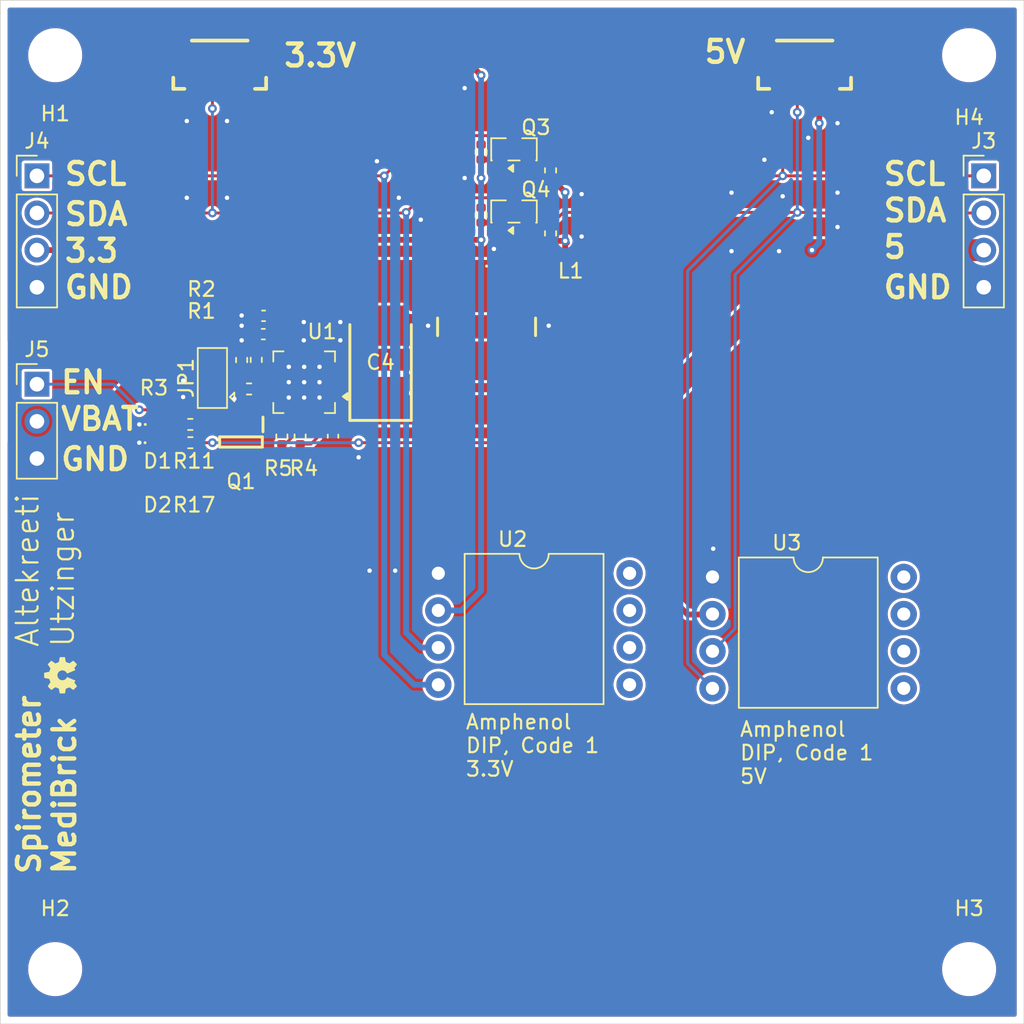
<source format=kicad_pcb>
(kicad_pcb (version 20241229) (generator "pcbnew") (generator_version "9.0")
  (title_block (title "Spirometer Brick") (date "2025-12-30") (rev "1.0.0") (comment 2 "Urs Utzinger") (comment 3 "Mohammed T Altekreeti"))
  (layers (0 "F.Cu" signal) (2 "B.Cu" signal) (13 "F.Paste" user) (15 "B.Paste" user) (5 "F.SilkS" user "F.Silkscreen") (7 "B.SilkS" user "B.Silkscreen") (1 "F.Mask" user) (3 "B.Mask" user) (25 "Edge.Cuts" user))
  (net 0 "")
  (net 1 "GND")
  (net 2 "VBATT")
  (net 3 "Net-(D1-A)")
  (net 4 "Net-(D2-A)")
  (net 5 "/SCL_3.3V")
  (net 6 "3.3V")
  (net 7 "/SDA_3.3V")
  (net 8 "5V")
  (net 9 "Net-(JP1-B)")
  (net 10 "Net-(L1-Pad2)")
  (net 11 "Net-(Q1-B)")
  (net 12 "Net-(U1-LBI)")
  (net 13 "Net-(U1-FB)")
  (net 14 "/Enable")
  (net 16 "/SCL_5V")
  (net 17 "/SDA_5V")
  (net 18 "Net-(Q1-E)")
  (net 19 "/VOUT")
  (footprint "Connector_PinHeader_2.54mm:PinHeader_1x03_P2.54mm_Vertical" (layer "F.Cu") (at 178.75 113.6)
    (property "Reference" "J5" (at 0 -2.38 0) (layer "F.SilkS"))
    (property "Value" "Conn_01x03" (hide yes))
    (pad "1" thru_hole rect (at 0 0) (size 1.7 1.7) (drill 1) (layers "*.Cu" "*.Mask") (net 14 "/Enable"))
    (pad "2" thru_hole circle (at 0 2.54) (size 1.7 1.7) (drill 1) (layers "*.Cu" "*.Mask") (net 2 "VBATT"))
    (pad "3" thru_hole circle (at 0 5.08) (size 1.7 1.7) (drill 1) (layers "*.Cu" "*.Mask") (net 1 "GND"))
  )
  (footprint "LED_SMD:LED_0402_1005Metric" (layer "F.Cu") (at 187.25 116.35)
    (property "Reference" "D1" (at -0.25 2.5 0) (layer "F.SilkS"))
    (property "Value" "LED")
    (pad "1" smd roundrect (at -0.485 0) (size 0.59 0.64) (layers "F.Cu" "F.Mask" "F.Paste") (net 1 "GND"))
    (pad "2" smd roundrect (at 0.485 0) (size 0.59 0.64) (layers "F.Cu" "F.Mask" "F.Paste") (net 3 "Net-(D1-A)"))
  )
  (footprint "MountingHole:MountingHole_3.2mm_M3" (layer "F.Cu") (at 242.5 153.6)
    (property "Reference" "H3" (at 0 -4.15 0) (layer "F.SilkS"))
    (property "Value" "MountingHole" (hide yes))
    (pad "" np_thru_hole circle (at 0 0) (size 3.2 3.2) (drill 3.2) (layers "*.Cu" "*.Mask"))
  )
  (footprint "Connector_PinHeader_2.54mm:PinHeader_1x04_P2.54mm_Vertical" (layer "F.Cu") (at 178.75 99.35)
    (property "Reference" "J4" (at 0 -2.38 0) (layer "F.SilkS"))
    (property "Value" "Conn_01x04" (hide yes))
    (pad "1" thru_hole rect (at 0 0) (size 1.7 1.7) (drill 1) (layers "*.Cu" "*.Mask") (net 5 "/SCL_3.3V"))
    (pad "2" thru_hole circle (at 0 2.54) (size 1.7 1.7) (drill 1) (layers "*.Cu" "*.Mask") (net 7 "/SDA_3.3V"))
    (pad "3" thru_hole circle (at 0 5.08) (size 1.7 1.7) (drill 1) (layers "*.Cu" "*.Mask") (net 6 "3.3V"))
    (pad "4" thru_hole circle (at 0 7.62) (size 1.7 1.7) (drill 1) (layers "*.Cu" "*.Mask") (net 1 "GND"))
  )
  (footprint "PCM_SparkFun-Resistor:R_0402_1005Metric" (layer "F.Cu") (at 209.125 97.725 -90)
    (property "Reference" "R13")
    (property "Value" "2.2k")
    (pad "1" smd roundrect (at -0.51 0 270) (size 0.54 0.64) (layers "F.Cu" "F.Mask" "F.Paste") (net 5 "/SCL_3.3V"))
    (pad "2" smd roundrect (at 0.51 0 270) (size 0.54 0.64) (layers "F.Cu" "F.Mask" "F.Paste") (net 6 "3.3V"))
  )
  (footprint "Spiro_Brick:CDRH6D386R2N" (layer "F.Cu") (at 209.5 109.675 -90)
    (property "Reference" "L1" (at -3.825 -5.75 0) (layer "F.SilkS"))
    (property "Value" "CDRH6D38-6R2N" (hide yes))
    (pad "1" smd rect (at -2.325 0 270) (size 2.65 7.3) (layers "F.Cu" "F.Mask" "F.Paste") (net 2 "VBATT"))
    (pad "2" smd rect (at 2.325 0 270) (size 2.65 7.3) (layers "F.Cu" "F.Mask" "F.Paste") (net 10 "Net-(L1-Pad2)"))
  )
  (footprint "PCM_SparkFun-Capacitor:C_0402_1005Metric" (layer "F.Cu") (at 194.23 110.175 180)
    (property "Reference" "C2")
    (property "Value" "0.1uF")
    (pad "1" smd roundrect (at -0.48 0 180) (size 0.56 0.62) (layers "F.Cu" "F.Mask" "F.Paste") (net 2 "VBATT"))
    (pad "2" smd roundrect (at 0.48 0 180) (size 0.56 0.62) (layers "F.Cu" "F.Mask" "F.Paste") (net 1 "GND"))
  )
  (footprint "Spiro_Brick:Amphenol_DIP-8_W13.08mm" (layer "F.Cu") (at 206.2 126.53)
    (property "Reference" "U2" (at 5.08 -2.33 0) (layer "F.SilkS"))
    (property "Value" "Amphenol_8DIP_Code_1")
    (pad "1" thru_hole roundrect (at 0 0) (size 1.8 1.8) (drill 0.9) (layers "*.Cu" "*.Mask") (roundrect_rratio 0.15625) (net 1 "GND"))
    (pad "2" thru_hole circle (at 0 2.54) (size 1.8 1.8) (drill 0.9) (layers "*.Cu" "*.Mask") (net 6 "3.3V"))
    (pad "3" thru_hole circle (at 0 5.08) (size 1.8 1.8) (drill 0.9) (layers "*.Cu" "*.Mask") (net 7 "/SDA_3.3V"))
    (pad "4" thru_hole circle (at 0 7.62) (size 1.8 1.8) (drill 0.9) (layers "*.Cu" "*.Mask") (net 5 "/SCL_3.3V"))
    (pad "5" thru_hole circle (at 13.08 7.62) (size 1.8 1.8) (drill 0.9) (layers "*.Cu" "*.Mask"))
    (pad "6" thru_hole circle (at 13.08 5.08) (size 1.8 1.8) (drill 0.9) (layers "*.Cu" "*.Mask"))
    (pad "7" thru_hole circle (at 13.08 2.54) (size 1.8 1.8) (drill 0.9) (layers "*.Cu" "*.Mask"))
    (pad "8" thru_hole circle (at 13.08 0) (size 1.8 1.8) (drill 0.9) (layers "*.Cu" "*.Mask"))
  )
  (footprint "Package_TO_SOT_SMD:SOT-23" (layer "F.Cu") (at 211.375 97.5375 90)
    (property "Reference" "Q3" (at 1.5 1.5 180) (layer "F.SilkS"))
    (property "Value" "BSS138" (hide yes))
    (pad "1" smd roundrect (at -0.9375 -0.95 90) (size 1.475 0.6) (layers "F.Cu" "F.Mask" "F.Paste") (net 6 "3.3V"))
    (pad "2" smd roundrect (at -0.9375 0.95 90) (size 1.475 0.6) (layers "F.Cu" "F.Mask" "F.Paste") (net 16 "/SCL_5V"))
    (pad "3" smd roundrect (at 0.9375 0 90) (size 1.475 0.6) (layers "F.Cu" "F.Mask" "F.Paste") (net 5 "/SCL_3.3V"))
  )
  (footprint "Resistor_SMD:R_0402_1005Metric" (layer "F.Cu") (at 196.75 117.185 90)
    (property "Reference" "R4" (at -2.165 0.25 180) (layer "F.SilkS"))
    (property "Value" "1.8M")
    (pad "1" smd roundrect (at -0.51 0 90) (size 0.54 0.64) (layers "F.Cu" "F.Mask" "F.Paste") (net 19 "/VOUT"))
    (pad "2" smd roundrect (at 0.51 0 90) (size 0.54 0.64) (layers "F.Cu" "F.Mask" "F.Paste") (net 13 "Net-(U1-FB)"))
  )
  (footprint "PCM_SparkFun-Resistor:R_0402_1005Metric" (layer "F.Cu") (at 209.125 102.0375 -90)
    (property "Reference" "R14")
    (property "Value" "2.2k")
    (pad "1" smd roundrect (at -0.51 0 270) (size 0.54 0.64) (layers "F.Cu" "F.Mask" "F.Paste") (net 7 "/SDA_3.3V"))
    (pad "2" smd roundrect (at 0.51 0 270) (size 0.54 0.64) (layers "F.Cu" "F.Mask" "F.Paste") (net 6 "3.3V"))
  )
  (footprint "Package_TO_SOT_SMD:SOT-23" (layer "F.Cu") (at 211.375 101.7875 90)
    (property "Reference" "Q4" (at 1.5 1.5 180) (layer "F.SilkS"))
    (property "Value" "BSS138" (hide yes))
    (pad "1" smd roundrect (at -0.9375 -0.95 90) (size 1.475 0.6) (layers "F.Cu" "F.Mask" "F.Paste") (net 6 "3.3V"))
    (pad "2" smd roundrect (at -0.9375 0.95 90) (size 1.475 0.6) (layers "F.Cu" "F.Mask" "F.Paste") (net 17 "/SDA_5V"))
    (pad "3" smd roundrect (at 0.9375 0 90) (size 1.475 0.6) (layers "F.Cu" "F.Mask" "F.Paste") (net 7 "/SDA_3.3V"))
  )
  (footprint "PCM_SparkFun-Capacitor:C_0402_1005Metric" (layer "F.Cu") (at 199 117.155 -90)
    (property "Reference" "C3")
    (property "Value" "2.2uF")
    (pad "1" smd roundrect (at -0.48 0 270) (size 0.56 0.62) (layers "F.Cu" "F.Mask" "F.Paste") (net 19 "/VOUT"))
    (pad "2" smd roundrect (at 0.48 0 270) (size 0.56 0.62) (layers "F.Cu" "F.Mask" "F.Paste") (net 1 "GND"))
  )
  (footprint "PCM_SparkFun-Resistor:R_0402_1005Metric" (layer "F.Cu") (at 213.875 98.975 -90)
    (property "Reference" "R15")
    (property "Value" "2.2k")
    (pad "1" smd roundrect (at -0.51 0 270) (size 0.54 0.64) (layers "F.Cu" "F.Mask" "F.Paste") (net 16 "/SCL_5V"))
    (pad "2" smd roundrect (at 0.51 0 270) (size 0.54 0.64) (layers "F.Cu" "F.Mask" "F.Paste") (net 8 "5V"))
  )
  (footprint "PCM_SparkFun-Aesthetic:OSHW_Logo_2.5mm" (layer "F.Cu") (at 180.5 133.5 90)
    (property "Reference" "Ref**" (hide yes))
    (property "Value" "Val**" (hide yes))
  )
  (footprint "PCM_SparkFun-Connector:JST_1x04_P1.0mm_Vertical_SMD" (layer "F.Cu") (at 231.25 91.75)
    (property "Reference" "J2")
    (property "Value" "JST_SMD_1.0mm_Vertical")
    (pad "1" smd rect (at -1.5 1.511) (size 0.6 1.55) (layers "F.Cu" "F.Mask" "F.Paste") (net 16 "/SCL_5V"))
    (pad "2" smd rect (at -0.5 1.511) (size 0.6 1.55) (layers "F.Cu" "F.Mask" "F.Paste") (net 17 "/SDA_5V"))
    (pad "3" smd rect (at 0.5 1.511) (size 0.6 1.55) (layers "F.Cu" "F.Mask" "F.Paste") (net 8 "5V"))
    (pad "4" smd rect (at 1.5 1.511) (size 0.6 1.55) (layers "F.Cu" "F.Mask" "F.Paste") (net 1 "GND"))
    (pad "NC1" smd rect (at -2.8 -0.914) (size 1.2 2) (layers "F.Cu" "F.Mask" "F.Paste"))
    (pad "NC2" smd rect (at 2.8 -0.914) (size 1.2 2) (layers "F.Cu" "F.Mask" "F.Paste"))
  )
  (footprint "NetTie:NetTie-2_SMD_Pad2.0mm" (layer "F.Cu") (at 209 115.35)
    (property "Reference" "NT1" (hide yes))
    (property "Value" "NetTie_2" (hide yes))
    (fp_poly (pts (xy -2 -1) (xy 2 -1) (xy 2 1) (xy -2 1)) (fill yes) (layer "F.Cu"))
    (pad "1" smd circle (at -2 0) (size 2 2) (layers "F.Cu") (net 19 "/VOUT"))
    (pad "2" smd circle (at 2 0) (size 2 2) (layers "F.Cu") (net 8 "5V"))
  )
  (footprint "Resistor_SMD:R_0402_1005Metric" (layer "F.Cu") (at 189.24 116.35 180)
    (property "Reference" "R11" (at -0.26 -2.5 0) (layer "F.SilkS"))
    (property "Value" "3.3k")
    (pad "1" smd roundrect (at -0.51 0 180) (size 0.54 0.64) (layers "F.Cu" "F.Mask" "F.Paste") (net 18 "Net-(Q1-E)"))
    (pad "2" smd roundrect (at 0.51 0 180) (size 0.54 0.64) (layers "F.Cu" "F.Mask" "F.Paste") (net 3 "Net-(D1-A)"))
  )
  (footprint "LED_SMD:LED_0402_1005Metric" (layer "F.Cu") (at 187.235 117.6)
    (property "Reference" "D2" (at -0.235 4.25 0) (layer "F.SilkS"))
    (property "Value" "LED")
    (pad "1" smd roundrect (at -0.485 0) (size 0.59 0.64) (layers "F.Cu" "F.Mask" "F.Paste") (net 1 "GND"))
    (pad "2" smd roundrect (at 0.485 0) (size 0.59 0.64) (layers "F.Cu" "F.Mask" "F.Paste") (net 4 "Net-(D2-A)"))
  )
  (footprint "Spiro_Brick:CAPPC5932X280N" (layer "F.Cu") (at 202.25 111.975 90)
    (property "Reference" "C4" (at -0.125 0 180) (layer "F.SilkS"))
    (property "Value" "595D107X0016C2T" (hide yes))
    (pad "1" smd rect (at -2.45 0 90) (size 2.6 3.5) (layers "F.Cu" "F.Mask" "F.Paste") (net 19 "/VOUT"))
    (pad "2" smd rect (at 2.45 0 90) (size 2.6 3.5) (layers "F.Cu" "F.Mask" "F.Paste") (net 1 "GND"))
  )
  (footprint "PCM_SparkFun-Resistor:R_0402_1005Metric" (layer "F.Cu") (at 213.875 103.2875 -90)
    (property "Reference" "R16")
    (property "Value" "2.2k")
    (pad "1" smd roundrect (at -0.51 0 270) (size 0.54 0.64) (layers "F.Cu" "F.Mask" "F.Paste") (net 17 "/SDA_5V"))
    (pad "2" smd roundrect (at 0.51 0 270) (size 0.54 0.64) (layers "F.Cu" "F.Mask" "F.Paste") (net 8 "5V"))
  )
  (footprint "Connector_PinHeader_2.54mm:PinHeader_1x04_P2.54mm_Vertical" (layer "F.Cu") (at 243.5 99.35)
    (property "Reference" "J3" (at 0 -2.38 0) (layer "F.SilkS"))
    (property "Value" "Conn_01x04" (hide yes))
    (pad "1" thru_hole rect (at 0 0) (size 1.7 1.7) (drill 1) (layers "*.Cu" "*.Mask") (net 16 "/SCL_5V"))
    (pad "2" thru_hole circle (at 0 2.54) (size 1.7 1.7) (drill 1) (layers "*.Cu" "*.Mask") (net 17 "/SDA_5V"))
    (pad "3" thru_hole circle (at 0 5.08) (size 1.7 1.7) (drill 1) (layers "*.Cu" "*.Mask") (net 8 "5V"))
    (pad "4" thru_hole circle (at 0 7.62) (size 1.7 1.7) (drill 1) (layers "*.Cu" "*.Mask") (net 1 "GND"))
  )
  (footprint "Resistor_SMD:R_0402_1005Metric" (layer "F.Cu") (at 193.75 111.935 -90)
    (property "Reference" "R1" (at -3.335 3.75 180) (layer "F.SilkS"))
    (property "Value" "270k")
    (pad "1" smd roundrect (at -0.51 0 270) (size 0.54 0.64) (layers "F.Cu" "F.Mask" "F.Paste") (net 2 "VBATT"))
    (pad "2" smd roundrect (at 0.51 0 270) (size 0.54 0.64) (layers "F.Cu" "F.Mask" "F.Paste") (net 12 "Net-(U1-LBI)"))
  )
  (footprint "Resistor_SMD:R_0402_1005Metric" (layer "F.Cu") (at 195.5 117.185 90)
    (property "Reference" "R5" (at -2.165 -0.25 180) (layer "F.SilkS"))
    (property "Value" "200k")
    (pad "1" smd roundrect (at -0.51 0 90) (size 0.54 0.64) (layers "F.Cu" "F.Mask" "F.Paste") (net 13 "Net-(U1-FB)"))
    (pad "2" smd roundrect (at 0.51 0 90) (size 0.54 0.64) (layers "F.Cu" "F.Mask" "F.Paste") (net 1 "GND"))
  )
  (footprint "PCM_SparkFun-Connector:JST_1x04_P1.0mm_Vertical_SMD" (layer "F.Cu") (at 191.25 91.75)
    (property "Reference" "J1")
    (property "Value" "JST_SMD_1.0mm_Vertical")
    (pad "1" smd rect (at -1.5 1.511) (size 0.6 1.55) (layers "F.Cu" "F.Mask" "F.Paste") (net 5 "/SCL_3.3V"))
    (pad "2" smd rect (at -0.5 1.511) (size 0.6 1.55) (layers "F.Cu" "F.Mask" "F.Paste") (net 7 "/SDA_3.3V"))
    (pad "3" smd rect (at 0.5 1.511) (size 0.6 1.55) (layers "F.Cu" "F.Mask" "F.Paste") (net 6 "3.3V"))
    (pad "4" smd rect (at 1.5 1.511) (size 0.6 1.55) (layers "F.Cu" "F.Mask" "F.Paste") (net 1 "GND"))
    (pad "NC1" smd rect (at -2.8 -0.914) (size 1.2 2) (layers "F.Cu" "F.Mask" "F.Paste"))
    (pad "NC2" smd rect (at 2.8 -0.914) (size 1.2 2) (layers "F.Cu" "F.Mask" "F.Paste"))
  )
  (footprint "Resistor_SMD:R_0402_1005Metric" (layer "F.Cu") (at 189.245 117.6 180)
    (property "Reference" "R17" (at -0.255 -4.25 0) (layer "F.SilkS"))
    (property "Value" "3.3k")
    (pad "1" smd roundrect (at -0.51 0 180) (size 0.54 0.64) (layers "F.Cu" "F.Mask" "F.Paste") (net 8 "5V"))
    (pad "2" smd roundrect (at 0.51 0 180) (size 0.54 0.64) (layers "F.Cu" "F.Mask" "F.Paste") (net 4 "Net-(D2-A)"))
  )
  (footprint "MountingHole:MountingHole_3.2mm_M3" (layer "F.Cu") (at 242.5 91.1)
    (property "Reference" "H4" (at 0 4.25 0) (layer "F.SilkS"))
    (property "Value" "MountingHole" (hide yes))
    (pad "" np_thru_hole circle (at 0 0) (size 3.2 3.2) (drill 3.2) (layers "*.Cu" "*.Mask"))
  )
  (footprint "MountingHole:MountingHole_3.2mm_M3" (layer "F.Cu") (at 180 91.1)
    (property "Reference" "H1" (at 0 4 0) (layer "F.SilkS"))
    (property "Value" "MountingHole" (hide yes))
    (pad "" np_thru_hole circle (at 0 0) (size 3.2 3.2) (drill 3.2) (layers "*.Cu" "*.Mask"))
  )
  (footprint "MountingHole:MountingHole_3.2mm_M3" (layer "F.Cu") (at 180 153.6)
    (property "Reference" "H2" (at 0 -4.15 0) (layer "F.SilkS"))
    (property "Value" "MountingHole" (hide yes))
    (pad "" np_thru_hole circle (at 0 0) (size 3.2 3.2) (drill 3.2) (layers "*.Cu" "*.Mask"))
  )
  (footprint "Spiro_Brick:SOT96P237X111-3N" (layer "F.Cu") (at 192.705 117.55 -90)
    (property "Reference" "Q1" (at 2.7 0 0) (layer "F.SilkS"))
    (property "Value" "MMUN2133LT1G" (hide yes))
    (pad "1" smd rect (at -1.2 -0.955) (size 0.6 1) (layers "F.Cu" "F.Mask" "F.Paste") (net 11 "Net-(Q1-B)"))
    (pad "2" smd rect (at -1.2 0.955) (size 0.6 1) (layers "F.Cu" "F.Mask" "F.Paste") (net 18 "Net-(Q1-E)"))
    (pad "3" smd rect (at 1.2 0) (size 0.6 1) (layers "F.Cu" "F.Mask" "F.Paste") (net 2 "VBATT"))
  )
  (footprint "Spiro_Brick:Amphenol_DIP-8_W13.08mm" (layer "F.Cu") (at 224.95 126.78)
    (property "Reference" "U3" (at 5.08 -2.33 0) (layer "F.SilkS"))
    (property "Value" "Amphenol_8DIP_Code_1")
    (pad "1" thru_hole roundrect (at 0 0) (size 1.8 1.8) (drill 0.9) (layers "*.Cu" "*.Mask") (roundrect_rratio 0.15625) (net 1 "GND"))
    (pad "2" thru_hole circle (at 0 2.54) (size 1.8 1.8) (drill 0.9) (layers "*.Cu" "*.Mask") (net 8 "5V"))
    (pad "3" thru_hole circle (at 0 5.08) (size 1.8 1.8) (drill 0.9) (layers "*.Cu" "*.Mask") (net 17 "/SDA_5V"))
    (pad "4" thru_hole circle (at 0 7.62) (size 1.8 1.8) (drill 0.9) (layers "*.Cu" "*.Mask") (net 16 "/SCL_5V"))
    (pad "5" thru_hole circle (at 13.08 7.62) (size 1.8 1.8) (drill 0.9) (layers "*.Cu" "*.Mask"))
    (pad "6" thru_hole circle (at 13.08 5.08) (size 1.8 1.8) (drill 0.9) (layers "*.Cu" "*.Mask"))
    (pad "7" thru_hole circle (at 13.08 2.54) (size 1.8 1.8) (drill 0.9) (layers "*.Cu" "*.Mask"))
    (pad "8" thru_hole circle (at 13.08 0) (size 1.8 1.8) (drill 0.9) (layers "*.Cu" "*.Mask"))
  )
  (footprint "Jumper:SolderJumper-3_P1.3mm_Bridged12_Pad1.0x1.5mm" (layer "F.Cu") (at 190.75 113.175 90)
    (property "Reference" "JP1" (at 0 -1.8 90) (layer "F.SilkS"))
    (property "Value" "~")
    (fp_poly (pts (xy -0.9 -0.3) (xy -0.4 -0.3) (xy -0.4 0.3) (xy -0.9 0.3)) (fill yes) (layer "F.Cu"))
    (pad "1" smd rect (at -1.3 0 90) (size 1 1.5) (layers "F.Cu" "F.Mask") (net 1 "GND"))
    (pad "2" smd rect (at 0 0 90) (size 1 1.5) (layers "F.Cu" "F.Mask") (net 9 "Net-(JP1-B)"))
    (pad "3" smd rect (at 1.3 0 90) (size 1 1.5) (layers "F.Cu" "F.Mask") (net 2 "VBATT"))
  )
  (footprint "Resistor_SMD:R_0402_1005Metric" (layer "F.Cu") (at 192.75 111.945 90)
    (property "Reference" "R2" (at 4.845 -2.75 0) (layer "F.SilkS"))
    (property "Value" "47k")
    (pad "1" smd roundrect (at -0.51 0 90) (size 0.54 0.64) (layers "F.Cu" "F.Mask" "F.Paste") (net 12 "Net-(U1-LBI)"))
    (pad "2" smd roundrect (at 0.51 0 90) (size 0.54 0.64) (layers "F.Cu" "F.Mask" "F.Paste") (net 1 "GND"))
  )
  (footprint "Resistor_SMD:R_0402_1005Metric" (layer "F.Cu") (at 193.26 113.925 180)
    (property "Reference" "R3" (at 6.51 0.075 0) (layer "F.SilkS"))
    (property "Value" "1.8M")
    (pad "1" smd roundrect (at -0.51 0 180) (size 0.54 0.64) (layers "F.Cu" "F.Mask" "F.Paste") (net 14 "/Enable"))
    (pad "2" smd roundrect (at 0.51 0 180) (size 0.54 0.64) (layers "F.Cu" "F.Mask" "F.Paste") (net 1 "GND"))
  )
  (footprint "PCM_SparkFun-Capacitor:C_0402_1005Metric" (layer "F.Cu") (at 194.25 108.925 180)
    (property "Reference" "C1")
    (property "Value" "10uF")
    (pad "1" smd roundrect (at -0.48 0 180) (size 0.56 0.62) (layers "F.Cu" "F.Mask" "F.Paste") (net 2 "VBATT"))
    (pad "2" smd roundrect (at 0.48 0 180) (size 0.56 0.62) (layers "F.Cu" "F.Mask" "F.Paste") (net 1 "GND"))
  )
  (footprint "Spiro_Brick:Texas_RSA_VQFN-16-1EP_4x4mm_P0.65mm_EP2.7x2.7mm_ThermalVias" (layer "F.Cu") (at 197.025 113.4625 180)
    (property "Reference" "U1" (at -1.225 3.4625 180) (layer "F.SilkS"))
    (property "Value" "TPS61090")
    (pad "1" smd roundrect (at -1.9625 -0.975 180) (size 0.825 0.35) (layers "F.Cu" "F.Mask" "F.Paste") (net 19 "/VOUT"))
    (pad "2" smd roundrect (at -1.9625 -0.325 180) (size 0.825 0.35) (layers "F.Cu" "F.Mask" "F.Paste"))
    (pad "3" smd roundrect (at -1.9625 0.325 180) (size 0.825 0.35) (layers "F.Cu" "F.Mask" "F.Paste") (net 10 "Net-(L1-Pad2)"))
    (pad "4" smd roundrect (at -1.9625 0.975 180) (size 0.825 0.35) (layers "F.Cu" "F.Mask" "F.Paste") (net 10 "Net-(L1-Pad2)"))
    (pad "5" smd roundrect (at -0.975 1.9625 180) (size 0.35 0.825) (layers "F.Cu" "F.Mask" "F.Paste") (net 1 "GND"))
    (pad "6" smd roundrect (at -0.325 1.9625 180) (size 0.35 0.825) (layers "F.Cu" "F.Mask" "F.Paste") (net 1 "GND"))
    (pad "7" smd roundrect (at 0.325 1.9625 180) (size 0.35 0.825) (layers "F.Cu" "F.Mask" "F.Paste") (net 1 "GND"))
    (pad "8" smd roundrect (at 0.975 1.9625 180) (size 0.35 0.825) (layers "F.Cu" "F.Mask" "F.Paste") (net 2 "VBATT"))
    (pad "9" smd roundrect (at 1.9625 0.975 180) (size 0.825 0.35) (layers "F.Cu" "F.Mask" "F.Paste") (net 12 "Net-(U1-LBI)"))
    (pad "10" smd roundrect (at 1.9625 0.325 180) (size 0.825 0.35) (layers "F.Cu" "F.Mask" "F.Paste") (net 9 "Net-(JP1-B)"))
    (pad "11" smd roundrect (at 1.9625 -0.325 180) (size 0.825 0.35) (layers "F.Cu" "F.Mask" "F.Paste") (net 14 "/Enable"))
    (pad "12" smd roundrect (at 1.9625 -0.975 180) (size 0.825 0.35) (layers "F.Cu" "F.Mask" "F.Paste") (net 11 "Net-(Q1-B)"))
    (pad "13" smd roundrect (at 0.975 -1.9625 180) (size 0.35 0.825) (layers "F.Cu" "F.Mask" "F.Paste") (net 1 "GND"))
    (pad "14" smd roundrect (at 0.325 -1.9625 180) (size 0.35 0.825) (layers "F.Cu" "F.Mask" "F.Paste") (net 13 "Net-(U1-FB)"))
    (pad "15" smd roundrect (at -0.325 -1.9625 180) (size 0.35 0.825) (layers "F.Cu" "F.Mask" "F.Paste") (net 19 "/VOUT"))
    (pad "16" smd roundrect (at -0.975 -1.9625 180) (size 0.35 0.825) (layers "F.Cu" "F.Mask" "F.Paste") (net 19 "/VOUT"))
    (pad "17" thru_hole circle (at -1.05 -1.05 180) (size 0.6 0.6) (drill 0.3) (property pad_prop_heatsink) (layers "*.Cu") (net 1 "GND"))
    (pad "17" thru_hole circle (at -1.05 0 180) (size 0.6 0.6) (drill 0.3) (property pad_prop_heatsink) (layers "*.Cu") (net 1 "GND"))
    (pad "17" thru_hole circle (at -1.05 1.05 180) (size 0.6 0.6) (drill 0.3) (property pad_prop_heatsink) (layers "*.Cu") (net 1 "GND"))
    (pad "17" thru_hole circle (at 0 -1.05 180) (size 0.6 0.6) (drill 0.3) (property pad_prop_heatsink) (layers "*.Cu") (net 1 "GND"))
    (pad "17" thru_hole circle (at 0 0 180) (size 0.6 0.6) (drill 0.3) (property pad_prop_heatsink) (layers "*.Cu") (net 1 "GND"))
    (pad "17" smd rect (at 0 0 180) (size 2.7 2.7) (property pad_prop_heatsink) (layers "F.Cu" "F.Mask") (net 1 "GND"))
    (pad "17" smd rect (at 0 0 180) (size 2.7 2.7) (property pad_prop_heatsink) (layers "B.Cu") (net 1 "GND"))
    (pad "17" thru_hole circle (at 0 1.05 180) (size 0.6 0.6) (drill 0.3) (property pad_prop_heatsink) (layers "*.Cu") (net 1 "GND"))
    (pad "17" thru_hole circle (at 1.05 -1.05 180) (size 0.6 0.6) (drill 0.3) (property pad_prop_heatsink) (layers "*.Cu") (net 1 "GND"))
    (pad "17" thru_hole circle (at 1.05 0 180) (size 0.6 0.6) (drill 0.3) (property pad_prop_heatsink) (layers "*.Cu") (net 1 "GND"))
    (pad "17" thru_hole circle (at 1.05 1.05 180) (size 0.6 0.6) (drill 0.3) (property pad_prop_heatsink) (layers "*.Cu") (net 1 "GND"))
  )
  (gr_rect (start 176.25 87.35) (end 246.25 157.35) (stroke (width 0.05)) (fill no) (layer "Edge.Cuts"))
  (gr_text "VBAT" (at 180.25 116.85 0) (layer "F.SilkS") (effects (font (size 1.5 1.5) (thickness 0.3) (bold yes)) (justify left bottom)))
  (gr_text "EN" (at 180.25 114.35 0) (layer "F.SilkS") (effects (font (size 1.5 1.5) (thickness 0.3) (bold yes)) (justify left bottom)))
  (gr_text "5" (at 236.5 105.1 0) (layer "F.SilkS") (effects (font (size 1.5 1.5) (thickness 0.3) (bold yes)) (justify left bottom)))
  (gr_text "Amphenol\nDIP, Code 1\n5V\n" (at 226.75 141 0) (layer "F.SilkS") (effects (font (size 1 1)) (justify left bottom)))
  (gr_text "5V\n" (at 224.25 91.75 0) (layer "F.SilkS") (effects (font (size 1.5 1.5) (thickness 0.3) (bold yes)) (justify left bottom)))
  (gr_text "SCL" (at 180.5 100.1 0) (layer "F.SilkS") (effects (font (size 1.5 1.5) (thickness 0.3) (bold yes)) (justify left bottom)))
  (gr_text "SCL" (at 236.5 100.1 0) (layer "F.SilkS") (effects (font (size 1.5 1.5) (thickness 0.3) (bold yes)) (justify left bottom)))
  (gr_text "SDA" (at 180.5 102.85 0) (layer "F.SilkS") (effects (font (size 1.5 1.5) (thickness 0.3) (bold yes)) (justify left bottom)))
  (gr_text "Altekreeti\nUtzinger" (at 181.399334 131.671056 90) (layer "F.SilkS") (effects (font (size 1.5 1.5)) (justify left bottom)))
  (gr_text "GND" (at 180.25 119.6 0) (layer "F.SilkS") (effects (font (size 1.5 1.5) (thickness 0.3) (bold yes)) (justify left bottom)))
  (gr_text "3.3\n" (at 180.5 105.35 0) (layer "F.SilkS") (effects (font (size 1.5 1.5) (thickness 0.3) (bold yes)) (justify left bottom)))
  (gr_text "GND" (at 236.5 107.85 0) (layer "F.SilkS") (effects (font (size 1.5 1.5) (thickness 0.3) (bold yes)) (justify left bottom)))
  (gr_text "Spirometer\nMediBrick \n" (at 181.5 147.25 90) (layer "F.SilkS") (effects (font (size 1.5 1.5) (thickness 0.3) (bold yes)) (justify left bottom)))
  (gr_text "Amphenol\nDIP, Code 1\n3.3V\n" (at 208 140.5 0) (layer "F.SilkS") (effects (font (size 1 1)) (justify left bottom)))
  (gr_text "3.3V" (at 195.5 92 0) (layer "F.SilkS") (effects (font (size 1.5 1.5) (thickness 0.3) (bold yes)) (justify left bottom)))
  (gr_text "SDA" (at 236.5 102.6 0) (layer "F.SilkS") (effects (font (size 1.5 1.5) (thickness 0.3) (bold yes)) (justify left bottom)))
  (gr_text "GND" (at 180.5 107.85 0) (layer "F.SilkS") (effects (font (size 1.5 1.5) (thickness 0.3) (bold yes)) (justify left bottom)))
  (segment (start 186.765 116.35) (end 185.75 116.35) (width 0.2) (layer "F.Cu") (net 1))
  (segment (start 190.75 114.475) (end 188.75 114.475) (width 0.8) (layer "F.Cu") (net 1))
  (segment (start 192.75 110.6) (end 192.75 110.1) (width 0.2) (layer "F.Cu") (net 1))
  (segment (start 192.25 114.6) (end 192.75 114.1) (width 0.2) (layer "F.Cu") (net 1))
  (segment (start 192.775003 108.925) (end 193.77 108.925) (width 0.2) (layer "F.Cu") (net 1))
  (segment (start 193.75 110.175) (end 192.825 110.175) (width 0.2) (layer "F.Cu") (net 1))
  (segment (start 192.825 110.175) (end 192.75 110.1) (width 0.2) (layer "F.Cu") (net 1))
  (segment (start 192.75 108.899997) (end 192.775003 108.925) (width 0.2) (layer "F.Cu") (net 1))
  (segment (start 186.75 117.6) (end 185.75 117.6) (width 0.2) (layer "F.Cu") (net 1))
  (segment (start 192.75 114.1) (end 192.75 113.925) (width 0.2) (layer "F.Cu") (net 1))
  (segment (start 192.75 111.435) (end 192.75 110.6) (width 0.2) (layer "F.Cu") (net 1))
  (segment (start 192.75 110.1) (end 192.75 109.6) (width 0.2) (layer "F.Cu") (net 1))
  (segment (start 192.75 108.899997) (end 192.75 109.6) (width 0.2) (layer "F.Cu") (net 1))
  (via (at 226.25 104.5) (size 0.6) (drill 0.3) (layers "F.Cu" "B.Cu") (net 1))
  (via (at 189 100.85) (size 0.6) (drill 0.3) (layers "F.Cu" "B.Cu") (net 1))
  (via (at 213.75 109.6) (size 0.6) (drill 0.3) (layers "F.Cu" "B.Cu") (net 1))
  (via (at 197 109.35) (size 0.6) (drill 0.3) (layers "F.Cu" "B.Cu") (net 1))
  (via (at 188.75 114.475) (size 0.6) (drill 0.3) (layers "F.Cu" "B.Cu") (net 1))
  (via (at 188.75 113.35) (size 0.6) (drill 0.3) (layers "F.Cu" "B.Cu") (net 1))
  (via (at 191.75 95.6) (size 0.6) (drill 0.3) (layers "F.Cu" "B.Cu") (net 1))
  (via (at 200.75 118.6) (size 0.6) (drill 0.3) (layers "F.Cu" "B.Cu") (net 1))
  (via (at 192.25 114.6) (size 0.6) (drill 0.3) (layers "F.Cu" "B.Cu") (net 1))
  (via (at 229.75 100.75) (size 0.6) (drill 0.3) (layers "F.Cu" "B.Cu") (net 1))
  (via (at 199.5 110.6) (size 0.6) (drill 0.3) (layers "F.Cu" "B.Cu") (net 1))
  (via (at 205 102.35) (size 0.6) (drill 0.3) (layers "F.Cu" "B.Cu") (net 1))
  (via (at 216 100.6) (size 0.6) (drill 0.3) (layers "F.Cu" "B.Cu") (net 1))
  (via (at 233.5 100.5) (size 0.6) (drill 0.3) (layers "F.Cu" "B.Cu") (net 1))
  (via (at 192.75 110.6) (size 0.6) (drill 0.3) (layers "F.Cu" "B.Cu") (net 1))
  (via (at 208 99.5) (size 0.6) (drill 0.3) (layers "F.Cu" "B.Cu") (net 1))
  (via (at 197 110.6) (size 0.6) (drill 0.3) (layers "F.Cu" "B.Cu") (net 1))
  (via (at 202 98.35) (size 0.6) (drill 0.3) (layers "F.Cu" "B.Cu") (net 1))
  (via (at 231.5 96.75) (size 0.6) (drill 0.3) (layers "F.Cu" "B.Cu") (net 1))
  (via (at 225 124.85) (size 0.6) (drill 0.3) (layers "F.Cu" "B.Cu") (net 1))
  (via (at 205.5 109.6) (size 0.6) (drill 0.3) (layers "F.Cu" "B.Cu") (net 1))
  (via (at 226.25 100.5) (size 0.6) (drill 0.3) (layers "F.Cu" "B.Cu") (net 1))
  (via (at 192.75 109.6) (size 0.6) (drill 0.3) (layers "F.Cu" "B.Cu") (net 1))
  (via (at 233.5 102.85) (size 0.6) (drill 0.3) (layers "F.Cu" "B.Cu") (net 1))
  (via (at 208 93.35) (size 0.6) (drill 0.3) (layers "F.Cu" "B.Cu") (net 1))
  (via (at 189 95.6) (size 0.6) (drill 0.3) (layers "F.Cu" "B.Cu") (net 1))
  (via (at 229.5 104.5) (size 0.6) (drill 0.3) (layers "F.Cu" "B.Cu") (net 1))
  (via (at 233.5 95.75) (size 0.6) (drill 0.3) (layers "F.Cu" "B.Cu") (net 1))
  (via (at 228.5 98.25) (size 0.6) (drill 0.3) (layers "F.Cu" "B.Cu") (net 1))
  (via (at 203.25 126.35) (size 0.6) (drill 0.3) (layers "F.Cu" "B.Cu") (net 1))
  (via (at 191.75 100.85) (size 0.6) (drill 0.3) (layers "F.Cu" "B.Cu") (net 1))
  (via (at 199.5 109.35) (size 0.6) (drill 0.3) (layers "F.Cu" "B.Cu") (net 1))
  (via (at 192.75 108.899997) (size 0.6) (drill 0.3) (layers "F.Cu" "B.Cu") (net 1))
  (via (at 210 104.35) (size 0.6) (drill 0.3) (layers "F.Cu" "B.Cu") (net 1))
  (via (at 201.5 126.35) (size 0.6) (drill 0.3) (layers "F.Cu" "B.Cu") (net 1))
  (via (at 185.75 117.6) (size 0.6) (drill 0.3) (layers "F.Cu" "B.Cu") (net 1))
  (via (at 185.75 116.35) (size 0.6) (drill 0.3) (layers "F.Cu" "B.Cu") (net 1))
  (via (at 203.5 100.85) (size 0.6) (drill 0.3) (layers "F.Cu" "B.Cu") (net 1))
  (via (at 229 95) (size 0.6) (drill 0.3) (layers "F.Cu" "B.Cu") (net 1))
  (via (at 216 103.5) (size 0.6) (drill 0.3) (layers "F.Cu" "B.Cu") (net 1))
  (segment (start 193.75 111.425) (end 195.975 111.425) (width 0.2) (layer "F.Cu") (net 2))
  (segment (start 195.975 111.425) (end 196.05 111.5) (width 0.2) (layer "F.Cu") (net 2))
  (segment (start 181.54 116.14) (end 178.75 116.14) (width 0.2) (layer "F.Cu") (net 2))
  (segment (start 184.15 118.75) (end 181.54 116.14) (width 0.2) (layer "F.Cu") (net 2))
  (segment (start 192.705 118.75) (end 184.15 118.75) (width 0.2) (layer "F.Cu") (net 2))
  (segment (start 188.73 116.35) (end 187.735 116.35) (width 0.2) (layer "F.Cu") (net 3))
  (segment (start 187.72 117.6) (end 188.735 117.6) (width 0.2) (layer "F.Cu") (net 4))
  (segment (start 189.75 99.35) (end 192.75 99.35) (width 0.2) (layer "F.Cu") (net 5))
  (segment (start 189.75 93.425) (end 189.75 99.35) (width 0.2) (layer "F.Cu") (net 5))
  (segment (start 205.25 96.6) (end 202.5 99.35) (width 0.2) (layer "F.Cu") (net 5))
  (segment (start 178.75 99.35) (end 189.75 99.35) (width 0.2) (layer "F.Cu") (net 5))
  (segment (start 192.75 99.35) (end 202.5 99.35) (width 0.2) (layer "F.Cu") (net 5))
  (segment (start 209.25 96.6) (end 209 96.6) (width 0.2) (layer "F.Cu") (net 5))
  (segment (start 209.125 96.725) (end 209 96.6) (width 0.2) (layer "F.Cu") (net 5))
  (segment (start 209.125 97.215) (end 209.135 97.215) (width 0.2) (layer "F.Cu") (net 5))
  (segment (start 209 96.6) (end 205.25 96.6) (width 0.2) (layer "F.Cu") (net 5))
  (segment (start 209.125 97.215) (end 209.125 96.725) (width 0.2) (layer "F.Cu") (net 5))
  (segment (start 211.375 96.6) (end 209.25 96.6) (width 0.2) (layer "F.Cu") (net 5))
  (segment (start 209.125 96.725) (end 209.25 96.6) (width 0.2) (layer "F.Cu") (net 5))
  (via (at 202.5 99.35) (size 0.6) (drill 0.3) (layers "F.Cu" "B.Cu") (net 5))
  (segment (start 204.55 134.15) (end 202.5 132.1) (width 0.4) (layer "B.Cu") (net 5))
  (segment (start 206.2 134.15) (end 204.55 134.15) (width 0.4) (layer "B.Cu") (net 5))
  (segment (start 202.5 132.1) (end 202.5 99.35) (width 0.4) (layer "B.Cu") (net 5))
  (segment (start 209.125 98.235) (end 210.185 98.235) (width 0.4) (layer "F.Cu") (net 6))
  (segment (start 205.9 89.25) (end 193 89.25) (width 0.4) (layer "F.Cu") (net 6))
  (segment (start 209.125 98.235) (end 209.125 99.5) (width 0.4) (layer "F.Cu") (net 6))
  (segment (start 209.125 103.725) (end 181.125 103.725) (width 0.4) (layer "F.Cu") (net 6))
  (segment (start 209.125 92.475) (end 205.9 89.25) (width 0.4) (layer "F.Cu") (net 6))
  (segment (start 181.125 103.725) (end 180.42 104.43) (width 0.4) (layer "F.Cu") (net 6))
  (segment (start 209.125 98.235) (end 209.115 98.235) (width 0.2) (layer "F.Cu") (net 6))
  (segment (start 209.125 102.5475) (end 210.2475 102.5475) (width 0.4) (layer "F.Cu") (net 6))
  (segment (start 210.2475 102.5475) (end 210.425 102.725) (width 0.2) (layer "F.Cu") (net 6))
  (segment (start 210.185 98.235) (end 210.425 98.475) (width 0.2) (layer "F.Cu") (net 6))
  (segment (start 180.42 104.43) (end 178.75 104.43) (width 0.4) (layer "F.Cu") (net 6))
  (segment (start 191.75 90.5) (end 191.75 93.425) (width 0.4) (layer "F.Cu") (net 6))
  (segment (start 209.125 103.725) (end 209.125 102.5475) (width 0.4) (layer "F.Cu") (net 6))
  (segment (start 193 89.25) (end 191.75 90.5) (width 0.4) (layer "F.Cu") (net 6))
  (via (at 209.125 92.475) (size 0.6) (drill 0.3) (layers "F.Cu" "B.Cu") (net 6))
  (via (at 209.125 103.725) (size 0.6) (drill 0.3) (layers "F.Cu" "B.Cu") (net 6))
  (via (at 209.125 99.5) (size 0.6) (drill 0.3) (layers "F.Cu" "B.Cu") (net 6))
  (segment (start 207.78 129.07) (end 206.2 129.07) (width 0.4) (layer "B.Cu") (net 6))
  (segment (start 209.125 103.725) (end 209.125 127.725) (width 0.4) (layer "B.Cu") (net 6))
  (segment (start 209.125 103.725) (end 209.125 99.5) (width 0.4) (layer "B.Cu") (net 6))
  (segment (start 209.125 92.475) (end 209.125 99.5) (width 0.4) (layer "B.Cu") (net 6))
  (segment (start 209.125 127.725) (end 207.78 129.07) (width 0.4) (layer "B.Cu") (net 6))
  (segment (start 209 100.85) (end 209.125 100.85) (width 0.2) (layer "F.Cu") (net 7))
  (segment (start 209.125 101) (end 209.125 100.85) (width 0.2) (layer "F.Cu") (net 7))
  (segment (start 190.75 93.425) (end 190.75 94.75) (width 0.2) (layer "F.Cu") (net 7))
  (segment (start 204 101.85) (end 205 100.85) (width 0.2) (layer "F.Cu") (net 7))
  (segment (start 209.125 101) (end 209.125 100.975) (width 0.2) (layer "F.Cu") (net 7))
  (segment (start 190.75 101.89) (end 178.75 101.89) (width 0.2) (layer "F.Cu") (net 7))
  (segment (start 190.75 101.89) (end 203.96 101.89) (width 0.2) (layer "F.Cu") (net 7))
  (segment (start 203.96 101.89) (end 204 101.85) (width 0.2) (layer "F.Cu") (net 7))
  (segment (start 209.125 100.975) (end 209.25 100.85) (width 0.2) (layer "F.Cu") (net 7))
  (segment (start 209.125 101.5275) (end 209.125 101) (width 0.2) (layer "F.Cu") (net 7))
  (segment (start 209.125 100.85) (end 209.25 100.85) (width 0.2) (layer "F.Cu") (net 7))
  (segment (start 209.125 100.975) (end 209 100.85) (width 0.2) (layer "F.Cu") (net 7))
  (segment (start 209.25 100.85) (end 211.375 100.85) (width 0.2) (layer "F.Cu") (net 7))
  (segment (start 205 100.85) (end 209 100.85) (width 0.2) (layer "F.Cu") (net 7))
  (via (at 204 101.85) (size 0.6) (drill 0.3) (layers "F.Cu" "B.Cu") (net 7))
  (via (at 190.75 94.75) (size 0.6) (drill 0.3) (layers "F.Cu" "B.Cu") (net 7))
  (via (at 190.75 101.89) (size 0.6) (drill 0.3) (layers "F.Cu" "B.Cu") (net 7))
  (segment (start 190.75 101.89) (end 190.75 94.75) (width 0.2) (layer "B.Cu") (net 7))
  (segment (start 204 130.6) (end 204 101.85) (width 0.4) (layer "B.Cu") (net 7))
  (segment (start 205.01 131.61) (end 204 130.6) (width 0.4) (layer "B.Cu") (net 7))
  (segment (start 206.2 131.61) (end 205.01 131.61) (width 0.4) (layer "B.Cu") (net 7))
  (segment (start 214.875 114.05) (end 216 115.175) (width 0.4) (layer "F.Cu") (net 8))
  (segment (start 222.25 128.35) (end 222.25 116.35) (width 0.4) (layer "F.Cu") (net 8))
  (segment (start 214.875 114) (end 214.875 114.05) (width 0.4) (layer "F.Cu") (net 8))
  (segment (start 231.75 94.5) (end 231.75 93.261) (width 0.4) (layer "F.Cu") (net 8))
  (segment (start 214.875 100.475) (end 213.885 99.485) (width 0.4) (layer "F.Cu") (net 8))
  (segment (start 211 115.175) (end 213.75 115.175) (width 1.5) (layer "F.Cu") (net 8))
  (segment (start 224.95 129.32) (end 224.92 129.35) (width 0.4) (layer "F.Cu") (net 8))
  (segment (start 216 115.175) (end 219.175 115.175) (width 1.5) (layer "F.Cu") (net 8))
  (segment (start 214.875 103.7975) (end 214.875 114) (width 0.4) (layer "F.Cu") (net 8))
  (segment (start 200.75 117.6) (end 210 117.6) (width 0.2) (layer "F.Cu") (net 8))
  (segment (start 211 116.6) (end 211 115.175) (width 0.2) (layer "F.Cu") (net 8))
  (segment (start 232.25 95.75) (end 232.25 95) (width 0.4) (layer "F.Cu") (net 8))
  (segment (start 213.75 115.175) (end 216 115.175) (width 1.5) (layer "F.Cu") (net 8))
  (segment (start 224.92 129.35) (end 223.25 129.35) (width 0.4) (layer "F.Cu") (net 8))
  (segment (start 213.875 103.7975) (end 214.875 103.7975) (width 0.4) (layer "F.Cu") (net 8))
  (segment (start 214.875 114) (end 214.875 114.8) (width 0.4) (layer "F.Cu") (net 8))
  (segment (start 231.75 104.43) (end 243.5 104.43) (width 1.5) (layer "F.Cu") (net 8))
  (segment (start 222.25 116.35) (end 221.075 115.175) (width 0.4) (layer "F.Cu") (net 8))
  (segment (start 232.25 95) (end 231.75 94.5) (width 0.4) (layer "F.Cu") (net 8))
  (segment (start 190.75 117.6) (end 189.755 117.6) (width 0.2) (layer "F.Cu") (net 8))
  (segment (start 210 117.6) (end 211 116.6) (width 0.2) (layer "F.Cu") (net 8))
  (segment (start 214.875 114.05) (end 213.75 115.175) (width 0.4) (layer "F.Cu") (net 8))
  (segment (start 213.885 99.485) (end 213.875 99.485) (width 0.2) (layer "F.Cu") (net 8))
  (segment (start 223.25 129.35) (end 222.25 128.35) (width 0.4) (layer "F.Cu") (net 8))
  (segment (start 221.075 115.175) (end 219.175 115.175) (width 1.5) (layer "F.Cu") (net 8))
  (segment (start 214.25 103.85) (end 214.24 103.86) (width 0.2) (layer "F.Cu") (net 8))
  (segment (start 231.75 104.5) (end 221.075 115.175) (width 1.5) (layer "F.Cu") (net 8))
  (segment (start 214.875 103.7975) (end 215 103.9225) (width 0.4) (layer "F.Cu") (net 8))
  (via (at 214.875 100.475) (size 0.6) (drill 0.3) (layers "F.Cu" "B.Cu") (net 8))
  (via (at 232.25 95.75) (size 0.6) (drill 0.3) (layers "F.Cu" "B.Cu") (net 8))
  (via (at 200.75 117.6) (size 0.6) (drill 0.3) (layers "F.Cu" "B.Cu") (net 8))
  (via (at 190.75 117.6) (size 0.6) (drill 0.3) (layers "F.Cu" "B.Cu") (net 8))
  (via (at 214.875 103.7975) (size 0.6) (drill 0.3) (layers "F.Cu" "B.Cu") (net 8))
  (via (at 231.75 104.43) (size 0.6) (drill 0.3) (layers "F.Cu" "B.Cu") (net 8))
  (segment (start 232.25 103.93) (end 231.75 104.43) (width 0.4) (layer "B.Cu") (net 8))
  (segment (start 200.75 117.6) (end 190.75 117.6) (width 0.2) (layer "B.Cu") (net 8))
  (segment (start 232.25 95.75) (end 232.25 103.93) (width 0.4) (layer "B.Cu") (net 8))
  (segment (start 214.875 103.7975) (end 214.875 100.475) (width 0.4) (layer "B.Cu") (net 8))
  (segment (start 190.7875 113.1375) (end 190.75 113.175) (width 0.2) (layer "F.Cu") (net 9))
  (segment (start 195.0625 113.1375) (end 190.7875 113.1375) (width 0.2) (layer "F.Cu") (net 9))
  (segment (start 198.9875 113.1375) (end 199.5375 113.1375) (width 0.4) (layer "F.Cu") (net 10))
  (segment (start 199.5375 113.1375) (end 200.75 111.925) (width 0.4) (layer "F.Cu") (net 10))
  (segment (start 198.9875 112.4875) (end 199.6875 112.4875) (width 0.4) (layer "F.Cu") (net 10))
  (segment (start 199.6875 112.4875) (end 200.25 111.925) (width 0.4) (layer "F.Cu") (net 10))
  (segment (start 200.25 111.925) (end 200.75 111.925) (width 0.4) (layer "F.Cu") (net 10))
  (segment (start 200.75 111.925) (end 209.75 111.925) (width 1.5) (layer "F.Cu") (net 10))
  (segment (start 195.0625 115.1625) (end 195.0625 114.4375) (width 0.2) (layer "F.Cu") (net 11))
  (segment (start 193.875 116.35) (end 195.0625 115.1625) (width 0.2) (layer "F.Cu") (net 11))
  (segment (start 193.66 116.35) (end 193.875 116.35) (width 0.2) (layer "F.Cu") (net 11))
  (segment (start 193.74 112.455) (end 193.75 112.445) (width 0.2) (layer "F.Cu") (net 12))
  (segment (start 195.0625 112.4875) (end 193.7925 112.4875) (width 0.2) (layer "F.Cu") (net 12))
  (segment (start 193.7925 112.4875) (end 193.75 112.445) (width 0.2) (layer "F.Cu") (net 12))
  (segment (start 192.75 112.455) (end 193.74 112.455) (width 0.2) (layer "F.Cu") (net 12))
  (segment (start 195.5 117.695) (end 195.73 117.695) (width 0.2) (layer "F.Cu") (net 13))
  (segment (start 195.73 117.695) (end 196.75 116.675) (width 0.2) (layer "F.Cu") (net 13))
  (segment (start 196.75 116.675) (end 196.75 115.475) (width 0.2) (layer "F.Cu") (net 13))
  (segment (start 196.75 115.475) (end 196.7 115.425) (width 0.2) (layer "F.Cu") (net 13))
  (segment (start 192.75 115.35) (end 193.77 114.33) (width 0.2) (layer "F.Cu") (net 14))
  (segment (start 185.75 115.35) (end 192.75 115.35) (width 0.2) (layer "F.Cu") (net 14))
  (segment (start 193.9075 113.7875) (end 193.77 113.925) (width 0.2) (layer "F.Cu") (net 14))
  (segment (start 193.77 114.33) (end 193.77 113.925) (width 0.2) (layer "F.Cu") (net 14))
  (segment (start 195.0625 113.7875) (end 193.9075 113.7875) (width 0.2) (layer "F.Cu") (net 14))
  (via (at 185.75 115.35) (size 0.6) (drill 0.3) (layers "F.Cu" "B.Cu") (net 14))
  (segment (start 184 113.6) (end 178.75 113.6) (width 0.2) (layer "B.Cu") (net 14))
  (segment (start 185.75 115.35) (end 184 113.6) (width 0.2) (layer "B.Cu") (net 14))
  (segment (start 229.75 99) (end 229.75 99.35) (width 0.2) (layer "F.Cu") (net 16))
  (segment (start 232.75 99.35) (end 232.5 99.35) (width 0.2) (layer "F.Cu") (net 16))
  (segment (start 212.325 98.475) (end 213.865 98.475) (width 0.2) (layer "F.Cu") (net 16))
  (segment (start 213.865 98.475) (end 213.875 98.465) (width 0.2) (layer "F.Cu") (net 16))
  (segment (start 230 99.35) (end 229.75 99.35) (width 0.2) (layer "F.Cu") (net 16))
  (segment (start 229.75 99.1) (end 230 99.35) (width 0.2) (layer "F.Cu") (net 16))
  (segment (start 229.75 99) (end 229.75 99.1) (width 0.2) (layer "F.Cu") (net 16))
  (segment (start 232.5 99.35) (end 230 99.35) (width 0.2) (layer "F.Cu") (net 16))
  (segment (start 229.75 93.261) (end 229.75 99) (width 0.2) (layer "F.Cu") (net 16))
  (segment (start 229.5 99.35) (end 216.4375 99.35) (width 0.2) (layer "F.Cu") (net 16))
  (segment (start 229.75 99.35) (end 229.5 99.35) (width 0.2) (layer "F.Cu") (net 16))
  (segment (start 243.5 99.35) (end 233 99.35) (width 0.2) (layer "F.Cu") (net 16))
  (segment (start 229.75 99.1) (end 229.5 99.35) (width 0.2) (layer "F.Cu") (net 16))
  (segment (start 215.5525 98.465) (end 213.875 98.465) (width 0.2) (layer "F.Cu") (net 16))
  (segment (start 216.4375 99.35) (end 215.5525 98.465) (width 0.2) (layer "F.Cu") (net 16))
  (segment (start 233 99.35) (end 232.75 99.35) (width 0.2) (layer "F.Cu") (net 16))
  (via (at 229.75 99.35) (size 0.6) (drill 0.3) (layers "F.Cu" "B.Cu") (net 16))
  (segment (start 229.75 99.35) (end 223.25 105.85) (width 0.2) (layer "B.Cu") (net 16))
  (segment (start 223.25 132.7) (end 224.95 134.4) (width 0.2) (layer "B.Cu") (net 16))
  (segment (start 223.25 105.85) (end 223.25 132.7) (width 0.2) (layer "B.Cu") (net 16))
  (segment (start 231.75 101.85) (end 231.79 101.89) (width 0.2) (layer "F.Cu") (net 17))
  (segment (start 214.75 101.85) (end 213.875 102.725) (width 0.2) (layer "F.Cu") (net 17))
  (segment (start 213.875 102.725) (end 213.875 102.7775) (width 0.2) (layer "F.Cu") (net 17))
  (segment (start 231.79 101.89) (end 243.5 101.89) (width 0.2) (layer "F.Cu") (net 17))
  (segment (start 212.325 102.725) (end 213.8225 102.725) (width 0.2) (layer "F.Cu") (net 17))
  (segment (start 213.8225 102.725) (end 213.875 102.7775) (width 0.2) (layer "F.Cu") (net 17))
  (segment (start 230.75 101.85) (end 214.75 101.85) (width 0.2) (layer "F.Cu") (net 17))
  (segment (start 230.75 93.261) (end 230.75 95) (width 0.2) (layer "F.Cu") (net 17))
  (segment (start 231.75 101.85) (end 230.75 101.85) (width 0.2) (layer "F.Cu") (net 17))
  (via (at 230.75 95) (size 0.6) (drill 0.3) (layers "F.Cu" "B.Cu") (net 17))
  (via (at 230.75 101.85) (size 0.6) (drill 0.3) (layers "F.Cu" "B.Cu") (net 17))
  (segment (start 230.75 101.85) (end 226.5 106.1) (width 0.2) (layer "B.Cu") (net 17))
  (segment (start 226.5 130.31) (end 224.95 131.86) (width 0.2) (layer "B.Cu") (net 17))
  (segment (start 226.5 106.1) (end 226.5 130.31) (width 0.2) (layer "B.Cu") (net 17))
  (segment (start 230.75 95) (end 230.75 101.75) (width 0.2) (layer "B.Cu") (net 17))
  (segment (start 189.8 116.4) (end 189.75 116.35) (width 0.2) (layer "F.Cu") (net 18))
  (segment (start 189.75 116.35) (end 191.75 116.35) (width 0.2) (layer "F.Cu") (net 18))
  (segment (start 198 116.925) (end 198 115.425) (width 0.2) (layer "F.Cu") (net 19))
  (segment (start 199 116.445) (end 199 115.752) (width 0.4) (layer "F.Cu") (net 19))
  (segment (start 207 115.175) (end 203 115.175) (width 1.5) (layer "F.Cu") (net 19))
  (segment (start 198 117.175) (end 198 116.925) (width 0.2) (layer "F.Cu") (net 19))
  (segment (start 198.9875 114.4375) (end 202.2375 114.4375) (width 0.4) (layer "F.Cu") (net 19))
  (segment (start 197.48 117.695) (end 198 117.175) (width 0.2) (layer "F.Cu") (net 19))
  (segment (start 203 115.175) (end 202.25 114.425) (width 1.5) (layer "F.Cu") (net 19))
  (segment (start 196.75 117.695) (end 197.48 117.695) (width 0.2) (layer "F.Cu") (net 19))
  (segment (start 207 115.175) (end 206.75 115.175) (width 0.2) (layer "F.Cu") (net 19))
  (segment (start 202.2375 114.4375) (end 202.25 114.425) (width 0.4) (layer "F.Cu") (net 19))
  (zone (net 2) (net_name "VBATT") (layer "F.Cu") (priority 1) (connect_pads yes (clearance 0.2)) (min_thickness 0.25) (fill yes (thermal_gap 0.5) (thermal_bridge_width 0.5))
    (polygon (pts (xy 194.25 108.35) (xy 194.25 111.945) (xy 196.25 111.945) (xy 196.25 108.6) (xy 205.75 108.6) (xy 213.25 108.6) (xy 213.25 105.1) (xy 185.75 105.1) (xy 180.75 110.85) (xy 177 110.85) (xy 177 117.35) (xy 180.5 117.35) (xy 185.5 112.35) (xy 192 112.35) (xy 192 108.35)))
  )
  (zone (net 19) (net_name "/VOUT") (layer "F.Cu") (connect_pads yes (clearance 0.2)) (min_thickness 0.25) (fill yes (thermal_gap 0.5) (thermal_bridge_width 0.5))
    (polygon (pts (xy 204 113.1) (xy 204 114.35) (xy 206.75 114.35) (xy 206.75 116.35) (xy 197 116.35) (xy 197 114.85) (xy 198.5 114.85) (xy 198.5 114.1) (xy 200.5 114.1) (xy 200.5 113.1)))
  )
  (zone (net 1) (net_name "GND") (layers "F.Cu" "B.Cu") (connect_pads yes (clearance 0.2)) (min_thickness 0.25) (fill yes (thermal_gap 0.5) (thermal_bridge_width 0.5))
    (polygon (pts (xy 176.25 87.35) (xy 176.25 157.35) (xy 246.25 157.35) (xy 246.25 87.35)))
  )
)
</source>
